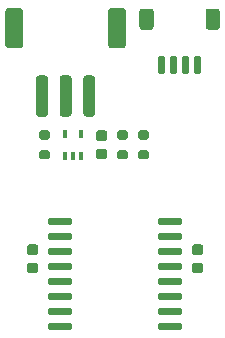
<source format=gbp>
%TF.GenerationSoftware,KiCad,Pcbnew,(5.1.7)-1*%
%TF.CreationDate,2021-01-11T01:01:30-05:00*%
%TF.ProjectId,d1_mini_clock,64315f6d-696e-4695-9f63-6c6f636b2e6b,rev?*%
%TF.SameCoordinates,Original*%
%TF.FileFunction,Paste,Bot*%
%TF.FilePolarity,Positive*%
%FSLAX46Y46*%
G04 Gerber Fmt 4.6, Leading zero omitted, Abs format (unit mm)*
G04 Created by KiCad (PCBNEW (5.1.7)-1) date 2021-01-11 01:01:30*
%MOMM*%
%LPD*%
G01*
G04 APERTURE LIST*
%ADD10R,0.400000X0.650000*%
G04 APERTURE END LIST*
%TO.C,J2*%
G36*
G01*
X132247000Y-87916000D02*
X132247000Y-84916000D01*
G75*
G02*
X132497000Y-84666000I250000J0D01*
G01*
X132997000Y-84666000D01*
G75*
G02*
X133247000Y-84916000I0J-250000D01*
G01*
X133247000Y-87916000D01*
G75*
G02*
X132997000Y-88166000I-250000J0D01*
G01*
X132497000Y-88166000D01*
G75*
G02*
X132247000Y-87916000I0J250000D01*
G01*
G37*
G36*
G01*
X134247000Y-87916000D02*
X134247000Y-84916000D01*
G75*
G02*
X134497000Y-84666000I250000J0D01*
G01*
X134997000Y-84666000D01*
G75*
G02*
X135247000Y-84916000I0J-250000D01*
G01*
X135247000Y-87916000D01*
G75*
G02*
X134997000Y-88166000I-250000J0D01*
G01*
X134497000Y-88166000D01*
G75*
G02*
X134247000Y-87916000I0J250000D01*
G01*
G37*
G36*
G01*
X136247000Y-87916000D02*
X136247000Y-84916000D01*
G75*
G02*
X136497000Y-84666000I250000J0D01*
G01*
X136997000Y-84666000D01*
G75*
G02*
X137247000Y-84916000I0J-250000D01*
G01*
X137247000Y-87916000D01*
G75*
G02*
X136997000Y-88166000I-250000J0D01*
G01*
X136497000Y-88166000D01*
G75*
G02*
X136247000Y-87916000I0J250000D01*
G01*
G37*
G36*
G01*
X129647000Y-82116000D02*
X129647000Y-79216000D01*
G75*
G02*
X129897000Y-78966000I250000J0D01*
G01*
X130897000Y-78966000D01*
G75*
G02*
X131147000Y-79216000I0J-250000D01*
G01*
X131147000Y-82116000D01*
G75*
G02*
X130897000Y-82366000I-250000J0D01*
G01*
X129897000Y-82366000D01*
G75*
G02*
X129647000Y-82116000I0J250000D01*
G01*
G37*
G36*
G01*
X138347000Y-82116000D02*
X138347000Y-79216000D01*
G75*
G02*
X138597000Y-78966000I250000J0D01*
G01*
X139597000Y-78966000D01*
G75*
G02*
X139847000Y-79216000I0J-250000D01*
G01*
X139847000Y-82116000D01*
G75*
G02*
X139597000Y-82366000I-250000J0D01*
G01*
X138597000Y-82366000D01*
G75*
G02*
X138347000Y-82116000I0J250000D01*
G01*
G37*
%TD*%
%TO.C,C1*%
G36*
G01*
X145673000Y-100528000D02*
X146173000Y-100528000D01*
G75*
G02*
X146398000Y-100753000I0J-225000D01*
G01*
X146398000Y-101203000D01*
G75*
G02*
X146173000Y-101428000I-225000J0D01*
G01*
X145673000Y-101428000D01*
G75*
G02*
X145448000Y-101203000I0J225000D01*
G01*
X145448000Y-100753000D01*
G75*
G02*
X145673000Y-100528000I225000J0D01*
G01*
G37*
G36*
G01*
X145673000Y-98978000D02*
X146173000Y-98978000D01*
G75*
G02*
X146398000Y-99203000I0J-225000D01*
G01*
X146398000Y-99653000D01*
G75*
G02*
X146173000Y-99878000I-225000J0D01*
G01*
X145673000Y-99878000D01*
G75*
G02*
X145448000Y-99653000I0J225000D01*
G01*
X145448000Y-99203000D01*
G75*
G02*
X145673000Y-98978000I225000J0D01*
G01*
G37*
%TD*%
%TO.C,C2*%
G36*
G01*
X131703000Y-98978000D02*
X132203000Y-98978000D01*
G75*
G02*
X132428000Y-99203000I0J-225000D01*
G01*
X132428000Y-99653000D01*
G75*
G02*
X132203000Y-99878000I-225000J0D01*
G01*
X131703000Y-99878000D01*
G75*
G02*
X131478000Y-99653000I0J225000D01*
G01*
X131478000Y-99203000D01*
G75*
G02*
X131703000Y-98978000I225000J0D01*
G01*
G37*
G36*
G01*
X131703000Y-100528000D02*
X132203000Y-100528000D01*
G75*
G02*
X132428000Y-100753000I0J-225000D01*
G01*
X132428000Y-101203000D01*
G75*
G02*
X132203000Y-101428000I-225000J0D01*
G01*
X131703000Y-101428000D01*
G75*
G02*
X131478000Y-101203000I0J225000D01*
G01*
X131478000Y-100753000D01*
G75*
G02*
X131703000Y-100528000I225000J0D01*
G01*
G37*
%TD*%
%TO.C,C3*%
G36*
G01*
X137545000Y-89326000D02*
X138045000Y-89326000D01*
G75*
G02*
X138270000Y-89551000I0J-225000D01*
G01*
X138270000Y-90001000D01*
G75*
G02*
X138045000Y-90226000I-225000J0D01*
G01*
X137545000Y-90226000D01*
G75*
G02*
X137320000Y-90001000I0J225000D01*
G01*
X137320000Y-89551000D01*
G75*
G02*
X137545000Y-89326000I225000J0D01*
G01*
G37*
G36*
G01*
X137545000Y-90876000D02*
X138045000Y-90876000D01*
G75*
G02*
X138270000Y-91101000I0J-225000D01*
G01*
X138270000Y-91551000D01*
G75*
G02*
X138045000Y-91776000I-225000J0D01*
G01*
X137545000Y-91776000D01*
G75*
G02*
X137320000Y-91551000I0J225000D01*
G01*
X137320000Y-91101000D01*
G75*
G02*
X137545000Y-90876000I225000J0D01*
G01*
G37*
%TD*%
%TO.C,J1*%
G36*
G01*
X142599000Y-84413000D02*
X142599000Y-83163000D01*
G75*
G02*
X142749000Y-83013000I150000J0D01*
G01*
X143049000Y-83013000D01*
G75*
G02*
X143199000Y-83163000I0J-150000D01*
G01*
X143199000Y-84413000D01*
G75*
G02*
X143049000Y-84563000I-150000J0D01*
G01*
X142749000Y-84563000D01*
G75*
G02*
X142599000Y-84413000I0J150000D01*
G01*
G37*
G36*
G01*
X143599000Y-84413000D02*
X143599000Y-83163000D01*
G75*
G02*
X143749000Y-83013000I150000J0D01*
G01*
X144049000Y-83013000D01*
G75*
G02*
X144199000Y-83163000I0J-150000D01*
G01*
X144199000Y-84413000D01*
G75*
G02*
X144049000Y-84563000I-150000J0D01*
G01*
X143749000Y-84563000D01*
G75*
G02*
X143599000Y-84413000I0J150000D01*
G01*
G37*
G36*
G01*
X144599000Y-84413000D02*
X144599000Y-83163000D01*
G75*
G02*
X144749000Y-83013000I150000J0D01*
G01*
X145049000Y-83013000D01*
G75*
G02*
X145199000Y-83163000I0J-150000D01*
G01*
X145199000Y-84413000D01*
G75*
G02*
X145049000Y-84563000I-150000J0D01*
G01*
X144749000Y-84563000D01*
G75*
G02*
X144599000Y-84413000I0J150000D01*
G01*
G37*
G36*
G01*
X145599000Y-84413000D02*
X145599000Y-83163000D01*
G75*
G02*
X145749000Y-83013000I150000J0D01*
G01*
X146049000Y-83013000D01*
G75*
G02*
X146199000Y-83163000I0J-150000D01*
G01*
X146199000Y-84413000D01*
G75*
G02*
X146049000Y-84563000I-150000J0D01*
G01*
X145749000Y-84563000D01*
G75*
G02*
X145599000Y-84413000I0J150000D01*
G01*
G37*
G36*
G01*
X140999000Y-80563001D02*
X140999000Y-79262999D01*
G75*
G02*
X141248999Y-79013000I249999J0D01*
G01*
X141949001Y-79013000D01*
G75*
G02*
X142199000Y-79262999I0J-249999D01*
G01*
X142199000Y-80563001D01*
G75*
G02*
X141949001Y-80813000I-249999J0D01*
G01*
X141248999Y-80813000D01*
G75*
G02*
X140999000Y-80563001I0J249999D01*
G01*
G37*
G36*
G01*
X146599000Y-80563001D02*
X146599000Y-79262999D01*
G75*
G02*
X146848999Y-79013000I249999J0D01*
G01*
X147549001Y-79013000D01*
G75*
G02*
X147799000Y-79262999I0J-249999D01*
G01*
X147799000Y-80563001D01*
G75*
G02*
X147549001Y-80813000I-249999J0D01*
G01*
X146848999Y-80813000D01*
G75*
G02*
X146599000Y-80563001I0J249999D01*
G01*
G37*
%TD*%
%TO.C,U1*%
G36*
G01*
X144613000Y-96878000D02*
X144613000Y-97178000D01*
G75*
G02*
X144463000Y-97328000I-150000J0D01*
G01*
X142713000Y-97328000D01*
G75*
G02*
X142563000Y-97178000I0J150000D01*
G01*
X142563000Y-96878000D01*
G75*
G02*
X142713000Y-96728000I150000J0D01*
G01*
X144463000Y-96728000D01*
G75*
G02*
X144613000Y-96878000I0J-150000D01*
G01*
G37*
G36*
G01*
X144613000Y-98148000D02*
X144613000Y-98448000D01*
G75*
G02*
X144463000Y-98598000I-150000J0D01*
G01*
X142713000Y-98598000D01*
G75*
G02*
X142563000Y-98448000I0J150000D01*
G01*
X142563000Y-98148000D01*
G75*
G02*
X142713000Y-97998000I150000J0D01*
G01*
X144463000Y-97998000D01*
G75*
G02*
X144613000Y-98148000I0J-150000D01*
G01*
G37*
G36*
G01*
X144613000Y-99418000D02*
X144613000Y-99718000D01*
G75*
G02*
X144463000Y-99868000I-150000J0D01*
G01*
X142713000Y-99868000D01*
G75*
G02*
X142563000Y-99718000I0J150000D01*
G01*
X142563000Y-99418000D01*
G75*
G02*
X142713000Y-99268000I150000J0D01*
G01*
X144463000Y-99268000D01*
G75*
G02*
X144613000Y-99418000I0J-150000D01*
G01*
G37*
G36*
G01*
X144613000Y-100688000D02*
X144613000Y-100988000D01*
G75*
G02*
X144463000Y-101138000I-150000J0D01*
G01*
X142713000Y-101138000D01*
G75*
G02*
X142563000Y-100988000I0J150000D01*
G01*
X142563000Y-100688000D01*
G75*
G02*
X142713000Y-100538000I150000J0D01*
G01*
X144463000Y-100538000D01*
G75*
G02*
X144613000Y-100688000I0J-150000D01*
G01*
G37*
G36*
G01*
X144613000Y-101958000D02*
X144613000Y-102258000D01*
G75*
G02*
X144463000Y-102408000I-150000J0D01*
G01*
X142713000Y-102408000D01*
G75*
G02*
X142563000Y-102258000I0J150000D01*
G01*
X142563000Y-101958000D01*
G75*
G02*
X142713000Y-101808000I150000J0D01*
G01*
X144463000Y-101808000D01*
G75*
G02*
X144613000Y-101958000I0J-150000D01*
G01*
G37*
G36*
G01*
X144613000Y-103228000D02*
X144613000Y-103528000D01*
G75*
G02*
X144463000Y-103678000I-150000J0D01*
G01*
X142713000Y-103678000D01*
G75*
G02*
X142563000Y-103528000I0J150000D01*
G01*
X142563000Y-103228000D01*
G75*
G02*
X142713000Y-103078000I150000J0D01*
G01*
X144463000Y-103078000D01*
G75*
G02*
X144613000Y-103228000I0J-150000D01*
G01*
G37*
G36*
G01*
X144613000Y-104498000D02*
X144613000Y-104798000D01*
G75*
G02*
X144463000Y-104948000I-150000J0D01*
G01*
X142713000Y-104948000D01*
G75*
G02*
X142563000Y-104798000I0J150000D01*
G01*
X142563000Y-104498000D01*
G75*
G02*
X142713000Y-104348000I150000J0D01*
G01*
X144463000Y-104348000D01*
G75*
G02*
X144613000Y-104498000I0J-150000D01*
G01*
G37*
G36*
G01*
X144613000Y-105768000D02*
X144613000Y-106068000D01*
G75*
G02*
X144463000Y-106218000I-150000J0D01*
G01*
X142713000Y-106218000D01*
G75*
G02*
X142563000Y-106068000I0J150000D01*
G01*
X142563000Y-105768000D01*
G75*
G02*
X142713000Y-105618000I150000J0D01*
G01*
X144463000Y-105618000D01*
G75*
G02*
X144613000Y-105768000I0J-150000D01*
G01*
G37*
G36*
G01*
X135313000Y-105768000D02*
X135313000Y-106068000D01*
G75*
G02*
X135163000Y-106218000I-150000J0D01*
G01*
X133413000Y-106218000D01*
G75*
G02*
X133263000Y-106068000I0J150000D01*
G01*
X133263000Y-105768000D01*
G75*
G02*
X133413000Y-105618000I150000J0D01*
G01*
X135163000Y-105618000D01*
G75*
G02*
X135313000Y-105768000I0J-150000D01*
G01*
G37*
G36*
G01*
X135313000Y-104498000D02*
X135313000Y-104798000D01*
G75*
G02*
X135163000Y-104948000I-150000J0D01*
G01*
X133413000Y-104948000D01*
G75*
G02*
X133263000Y-104798000I0J150000D01*
G01*
X133263000Y-104498000D01*
G75*
G02*
X133413000Y-104348000I150000J0D01*
G01*
X135163000Y-104348000D01*
G75*
G02*
X135313000Y-104498000I0J-150000D01*
G01*
G37*
G36*
G01*
X135313000Y-103228000D02*
X135313000Y-103528000D01*
G75*
G02*
X135163000Y-103678000I-150000J0D01*
G01*
X133413000Y-103678000D01*
G75*
G02*
X133263000Y-103528000I0J150000D01*
G01*
X133263000Y-103228000D01*
G75*
G02*
X133413000Y-103078000I150000J0D01*
G01*
X135163000Y-103078000D01*
G75*
G02*
X135313000Y-103228000I0J-150000D01*
G01*
G37*
G36*
G01*
X135313000Y-101958000D02*
X135313000Y-102258000D01*
G75*
G02*
X135163000Y-102408000I-150000J0D01*
G01*
X133413000Y-102408000D01*
G75*
G02*
X133263000Y-102258000I0J150000D01*
G01*
X133263000Y-101958000D01*
G75*
G02*
X133413000Y-101808000I150000J0D01*
G01*
X135163000Y-101808000D01*
G75*
G02*
X135313000Y-101958000I0J-150000D01*
G01*
G37*
G36*
G01*
X135313000Y-100688000D02*
X135313000Y-100988000D01*
G75*
G02*
X135163000Y-101138000I-150000J0D01*
G01*
X133413000Y-101138000D01*
G75*
G02*
X133263000Y-100988000I0J150000D01*
G01*
X133263000Y-100688000D01*
G75*
G02*
X133413000Y-100538000I150000J0D01*
G01*
X135163000Y-100538000D01*
G75*
G02*
X135313000Y-100688000I0J-150000D01*
G01*
G37*
G36*
G01*
X135313000Y-99418000D02*
X135313000Y-99718000D01*
G75*
G02*
X135163000Y-99868000I-150000J0D01*
G01*
X133413000Y-99868000D01*
G75*
G02*
X133263000Y-99718000I0J150000D01*
G01*
X133263000Y-99418000D01*
G75*
G02*
X133413000Y-99268000I150000J0D01*
G01*
X135163000Y-99268000D01*
G75*
G02*
X135313000Y-99418000I0J-150000D01*
G01*
G37*
G36*
G01*
X135313000Y-98148000D02*
X135313000Y-98448000D01*
G75*
G02*
X135163000Y-98598000I-150000J0D01*
G01*
X133413000Y-98598000D01*
G75*
G02*
X133263000Y-98448000I0J150000D01*
G01*
X133263000Y-98148000D01*
G75*
G02*
X133413000Y-97998000I150000J0D01*
G01*
X135163000Y-97998000D01*
G75*
G02*
X135313000Y-98148000I0J-150000D01*
G01*
G37*
G36*
G01*
X135313000Y-96878000D02*
X135313000Y-97178000D01*
G75*
G02*
X135163000Y-97328000I-150000J0D01*
G01*
X133413000Y-97328000D01*
G75*
G02*
X133263000Y-97178000I0J150000D01*
G01*
X133263000Y-96878000D01*
G75*
G02*
X133413000Y-96728000I150000J0D01*
G01*
X135163000Y-96728000D01*
G75*
G02*
X135313000Y-96878000I0J-150000D01*
G01*
G37*
%TD*%
D10*
%TO.C,U2*%
X136032000Y-91501000D03*
X134732000Y-91501000D03*
X135382000Y-91501000D03*
X134732000Y-89601000D03*
X136032000Y-89601000D03*
%TD*%
%TO.C,R1*%
G36*
G01*
X132694000Y-89326000D02*
X133244000Y-89326000D01*
G75*
G02*
X133444000Y-89526000I0J-200000D01*
G01*
X133444000Y-89926000D01*
G75*
G02*
X133244000Y-90126000I-200000J0D01*
G01*
X132694000Y-90126000D01*
G75*
G02*
X132494000Y-89926000I0J200000D01*
G01*
X132494000Y-89526000D01*
G75*
G02*
X132694000Y-89326000I200000J0D01*
G01*
G37*
G36*
G01*
X132694000Y-90976000D02*
X133244000Y-90976000D01*
G75*
G02*
X133444000Y-91176000I0J-200000D01*
G01*
X133444000Y-91576000D01*
G75*
G02*
X133244000Y-91776000I-200000J0D01*
G01*
X132694000Y-91776000D01*
G75*
G02*
X132494000Y-91576000I0J200000D01*
G01*
X132494000Y-91176000D01*
G75*
G02*
X132694000Y-90976000I200000J0D01*
G01*
G37*
%TD*%
%TO.C,R2*%
G36*
G01*
X141626000Y-90126000D02*
X141076000Y-90126000D01*
G75*
G02*
X140876000Y-89926000I0J200000D01*
G01*
X140876000Y-89526000D01*
G75*
G02*
X141076000Y-89326000I200000J0D01*
G01*
X141626000Y-89326000D01*
G75*
G02*
X141826000Y-89526000I0J-200000D01*
G01*
X141826000Y-89926000D01*
G75*
G02*
X141626000Y-90126000I-200000J0D01*
G01*
G37*
G36*
G01*
X141626000Y-91776000D02*
X141076000Y-91776000D01*
G75*
G02*
X140876000Y-91576000I0J200000D01*
G01*
X140876000Y-91176000D01*
G75*
G02*
X141076000Y-90976000I200000J0D01*
G01*
X141626000Y-90976000D01*
G75*
G02*
X141826000Y-91176000I0J-200000D01*
G01*
X141826000Y-91576000D01*
G75*
G02*
X141626000Y-91776000I-200000J0D01*
G01*
G37*
%TD*%
%TO.C,R3*%
G36*
G01*
X139848000Y-91776000D02*
X139298000Y-91776000D01*
G75*
G02*
X139098000Y-91576000I0J200000D01*
G01*
X139098000Y-91176000D01*
G75*
G02*
X139298000Y-90976000I200000J0D01*
G01*
X139848000Y-90976000D01*
G75*
G02*
X140048000Y-91176000I0J-200000D01*
G01*
X140048000Y-91576000D01*
G75*
G02*
X139848000Y-91776000I-200000J0D01*
G01*
G37*
G36*
G01*
X139848000Y-90126000D02*
X139298000Y-90126000D01*
G75*
G02*
X139098000Y-89926000I0J200000D01*
G01*
X139098000Y-89526000D01*
G75*
G02*
X139298000Y-89326000I200000J0D01*
G01*
X139848000Y-89326000D01*
G75*
G02*
X140048000Y-89526000I0J-200000D01*
G01*
X140048000Y-89926000D01*
G75*
G02*
X139848000Y-90126000I-200000J0D01*
G01*
G37*
%TD*%
M02*

</source>
